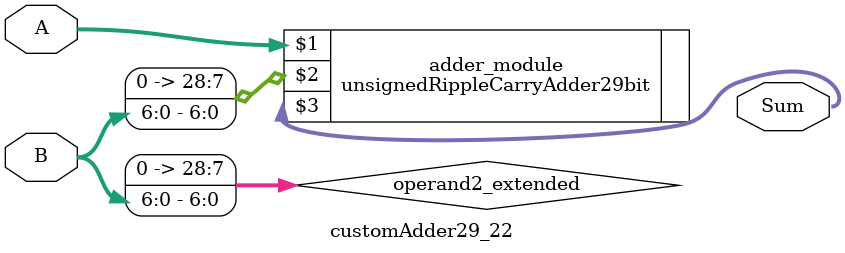
<source format=v>

module customAdder29_22(
                    input [28 : 0] A,
                    input [6 : 0] B,
                    
                    output [29 : 0] Sum
            );

    wire [28 : 0] operand2_extended;
    
    assign operand2_extended =  {22'b0, B};
    
    unsignedRippleCarryAdder29bit adder_module(
        A,
        operand2_extended,
        Sum
    );
    
endmodule
        
</source>
